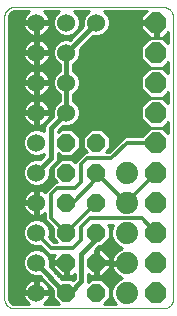
<source format=gtl>
G75*
%MOIN*%
%OFA0B0*%
%FSLAX25Y25*%
%IPPOS*%
%LPD*%
%AMOC8*
5,1,8,0,0,1.08239X$1,22.5*
%
%ADD10C,0.00000*%
%ADD11OC8,0.07000*%
%ADD12OC8,0.06000*%
%ADD13C,0.06000*%
%ADD14C,0.07400*%
%ADD15C,0.01600*%
%ADD16C,0.01000*%
%ADD17C,0.01200*%
D10*
X0048750Y0031333D02*
X0048750Y0125033D01*
X0048752Y0125147D01*
X0048758Y0125260D01*
X0048767Y0125373D01*
X0048780Y0125486D01*
X0048797Y0125599D01*
X0048818Y0125710D01*
X0048843Y0125821D01*
X0048871Y0125931D01*
X0048903Y0126040D01*
X0048938Y0126148D01*
X0048977Y0126255D01*
X0049020Y0126360D01*
X0049066Y0126464D01*
X0049115Y0126566D01*
X0049168Y0126667D01*
X0049225Y0126766D01*
X0049284Y0126862D01*
X0049347Y0126957D01*
X0049413Y0127050D01*
X0049482Y0127140D01*
X0049554Y0127228D01*
X0049628Y0127314D01*
X0049706Y0127397D01*
X0049786Y0127477D01*
X0049869Y0127555D01*
X0049955Y0127629D01*
X0050043Y0127701D01*
X0050133Y0127770D01*
X0050226Y0127836D01*
X0050321Y0127899D01*
X0050417Y0127958D01*
X0050516Y0128015D01*
X0050617Y0128068D01*
X0050719Y0128117D01*
X0050823Y0128163D01*
X0050928Y0128206D01*
X0051035Y0128245D01*
X0051143Y0128280D01*
X0051252Y0128312D01*
X0051362Y0128340D01*
X0051473Y0128365D01*
X0051584Y0128386D01*
X0051697Y0128403D01*
X0051810Y0128416D01*
X0051923Y0128425D01*
X0052036Y0128431D01*
X0052150Y0128433D01*
X0101646Y0128433D01*
X0101761Y0128431D01*
X0101875Y0128425D01*
X0101989Y0128415D01*
X0102103Y0128402D01*
X0102216Y0128384D01*
X0102328Y0128363D01*
X0102440Y0128338D01*
X0102551Y0128309D01*
X0102661Y0128276D01*
X0102769Y0128239D01*
X0102876Y0128199D01*
X0102982Y0128155D01*
X0103086Y0128108D01*
X0103189Y0128057D01*
X0103290Y0128003D01*
X0103389Y0127945D01*
X0103486Y0127884D01*
X0103580Y0127819D01*
X0103673Y0127751D01*
X0103763Y0127681D01*
X0103850Y0127607D01*
X0103935Y0127530D01*
X0104018Y0127451D01*
X0104097Y0127368D01*
X0104174Y0127283D01*
X0104248Y0127196D01*
X0104318Y0127106D01*
X0104386Y0127013D01*
X0104451Y0126919D01*
X0104512Y0126822D01*
X0104570Y0126723D01*
X0104624Y0126622D01*
X0104675Y0126519D01*
X0104722Y0126415D01*
X0104766Y0126309D01*
X0104806Y0126202D01*
X0104843Y0126094D01*
X0104876Y0125984D01*
X0104905Y0125873D01*
X0104930Y0125761D01*
X0104951Y0125649D01*
X0104969Y0125536D01*
X0104982Y0125422D01*
X0104992Y0125308D01*
X0104998Y0125194D01*
X0105000Y0125079D01*
X0105000Y0031095D01*
X0104998Y0030985D01*
X0104992Y0030874D01*
X0104983Y0030764D01*
X0104969Y0030655D01*
X0104952Y0030546D01*
X0104931Y0030438D01*
X0104906Y0030330D01*
X0104878Y0030223D01*
X0104845Y0030118D01*
X0104809Y0030014D01*
X0104770Y0029910D01*
X0104727Y0029809D01*
X0104680Y0029709D01*
X0104630Y0029611D01*
X0104576Y0029514D01*
X0104520Y0029419D01*
X0104459Y0029327D01*
X0104396Y0029236D01*
X0104330Y0029148D01*
X0104260Y0029063D01*
X0104188Y0028979D01*
X0104113Y0028898D01*
X0104035Y0028820D01*
X0103954Y0028745D01*
X0103870Y0028673D01*
X0103785Y0028603D01*
X0103697Y0028537D01*
X0103606Y0028474D01*
X0103514Y0028413D01*
X0103419Y0028357D01*
X0103322Y0028303D01*
X0103224Y0028253D01*
X0103124Y0028206D01*
X0103023Y0028163D01*
X0102919Y0028124D01*
X0102815Y0028088D01*
X0102710Y0028055D01*
X0102603Y0028027D01*
X0102495Y0028002D01*
X0102387Y0027981D01*
X0102278Y0027964D01*
X0102169Y0027950D01*
X0102059Y0027941D01*
X0101948Y0027935D01*
X0101838Y0027933D01*
X0052150Y0027933D01*
X0052036Y0027935D01*
X0051923Y0027941D01*
X0051810Y0027950D01*
X0051697Y0027963D01*
X0051584Y0027980D01*
X0051473Y0028001D01*
X0051362Y0028026D01*
X0051252Y0028054D01*
X0051143Y0028086D01*
X0051035Y0028121D01*
X0050928Y0028160D01*
X0050823Y0028203D01*
X0050719Y0028249D01*
X0050617Y0028298D01*
X0050516Y0028351D01*
X0050417Y0028408D01*
X0050321Y0028467D01*
X0050226Y0028530D01*
X0050133Y0028596D01*
X0050043Y0028665D01*
X0049955Y0028737D01*
X0049869Y0028811D01*
X0049786Y0028889D01*
X0049706Y0028969D01*
X0049628Y0029052D01*
X0049554Y0029138D01*
X0049482Y0029226D01*
X0049413Y0029316D01*
X0049347Y0029409D01*
X0049284Y0029504D01*
X0049225Y0029600D01*
X0049168Y0029699D01*
X0049115Y0029800D01*
X0049066Y0029902D01*
X0049020Y0030006D01*
X0048977Y0030111D01*
X0048938Y0030218D01*
X0048903Y0030326D01*
X0048871Y0030435D01*
X0048843Y0030545D01*
X0048818Y0030656D01*
X0048797Y0030767D01*
X0048780Y0030880D01*
X0048767Y0030993D01*
X0048758Y0031106D01*
X0048752Y0031219D01*
X0048750Y0031333D01*
D11*
X0099500Y0033183D03*
X0099500Y0043183D03*
X0099500Y0053183D03*
X0099500Y0063183D03*
X0099500Y0073183D03*
X0099500Y0083183D03*
X0099500Y0093183D03*
X0099500Y0103183D03*
X0099500Y0113183D03*
X0099500Y0123183D03*
D12*
X0079500Y0083183D03*
X0069500Y0083183D03*
X0069500Y0073183D03*
X0079500Y0073183D03*
X0079500Y0063183D03*
X0079500Y0053183D03*
X0069500Y0053183D03*
X0069500Y0063183D03*
X0069500Y0043183D03*
X0069500Y0033183D03*
X0079500Y0033183D03*
X0079500Y0043183D03*
D13*
X0059500Y0043183D03*
X0059500Y0033183D03*
X0059500Y0053183D03*
X0059500Y0063183D03*
X0059500Y0073183D03*
X0059500Y0083183D03*
X0059500Y0093183D03*
X0069500Y0093183D03*
X0069500Y0103183D03*
X0059500Y0103183D03*
X0059500Y0113183D03*
X0069500Y0113183D03*
X0069500Y0123183D03*
X0059500Y0123183D03*
X0079500Y0123183D03*
D14*
X0089625Y0073058D03*
X0089625Y0063058D03*
X0089625Y0053058D03*
X0089625Y0043058D03*
X0089625Y0033058D03*
D15*
X0074500Y0036933D02*
X0074500Y0046183D01*
X0079625Y0051308D01*
X0079625Y0053183D01*
X0079500Y0053183D01*
X0074500Y0036933D02*
X0070750Y0033183D01*
X0069500Y0033183D01*
X0069000Y0033183D01*
X0059500Y0043183D01*
X0059500Y0052933D02*
X0059500Y0053183D01*
X0059500Y0073183D02*
X0064250Y0078183D01*
X0064250Y0087933D01*
X0069500Y0093183D01*
X0069500Y0103183D01*
X0069500Y0113183D01*
X0079500Y0123183D01*
D16*
X0075284Y0124765D02*
X0073716Y0124765D01*
X0074000Y0124078D02*
X0073315Y0125732D01*
X0072114Y0126933D01*
X0076886Y0126933D01*
X0075685Y0125732D01*
X0075000Y0124078D01*
X0075000Y0122288D01*
X0075103Y0122039D01*
X0070644Y0117580D01*
X0070395Y0117683D01*
X0068605Y0117683D01*
X0066951Y0116998D01*
X0065685Y0115732D01*
X0065000Y0114078D01*
X0065000Y0112288D01*
X0065685Y0110634D01*
X0066951Y0109368D01*
X0067200Y0109265D01*
X0067200Y0107101D01*
X0066951Y0106998D01*
X0065685Y0105732D01*
X0065000Y0104078D01*
X0065000Y0102288D01*
X0065685Y0100634D01*
X0066951Y0099368D01*
X0067200Y0099265D01*
X0067200Y0097101D01*
X0066951Y0096998D01*
X0065685Y0095732D01*
X0065000Y0094078D01*
X0065000Y0092288D01*
X0065103Y0092039D01*
X0061950Y0088886D01*
X0061950Y0087039D01*
X0060395Y0087683D01*
X0058605Y0087683D01*
X0056951Y0086998D01*
X0055685Y0085732D01*
X0055000Y0084078D01*
X0055000Y0082288D01*
X0055685Y0080634D01*
X0056951Y0079368D01*
X0058605Y0078683D01*
X0060395Y0078683D01*
X0061950Y0079327D01*
X0061950Y0079101D01*
X0060544Y0077621D01*
X0060395Y0077683D01*
X0058605Y0077683D01*
X0056951Y0076998D01*
X0055685Y0075732D01*
X0055000Y0074078D01*
X0055000Y0072288D01*
X0055685Y0070634D01*
X0056951Y0069368D01*
X0058605Y0068683D01*
X0060395Y0068683D01*
X0062049Y0069368D01*
X0063315Y0070634D01*
X0064000Y0072288D01*
X0064000Y0074078D01*
X0063855Y0074428D01*
X0065897Y0076578D01*
X0066550Y0077230D01*
X0066550Y0077265D01*
X0066574Y0077290D01*
X0066550Y0078213D01*
X0066550Y0079769D01*
X0067636Y0078683D01*
X0071364Y0078683D01*
X0074000Y0081319D01*
X0074000Y0085047D01*
X0071364Y0087683D01*
X0067636Y0087683D01*
X0066550Y0086597D01*
X0066550Y0086980D01*
X0068356Y0088786D01*
X0068605Y0088683D01*
X0070395Y0088683D01*
X0072049Y0089368D01*
X0073315Y0090634D01*
X0074000Y0092288D01*
X0074000Y0094078D01*
X0073315Y0095732D01*
X0072049Y0096998D01*
X0071800Y0097101D01*
X0071800Y0099265D01*
X0072049Y0099368D01*
X0073315Y0100634D01*
X0074000Y0102288D01*
X0074000Y0104078D01*
X0073315Y0105732D01*
X0072049Y0106998D01*
X0071800Y0107101D01*
X0071800Y0109265D01*
X0072049Y0109368D01*
X0073315Y0110634D01*
X0074000Y0112288D01*
X0074000Y0114078D01*
X0073897Y0114327D01*
X0078356Y0118786D01*
X0078605Y0118683D01*
X0080395Y0118683D01*
X0082049Y0119368D01*
X0083315Y0120634D01*
X0084000Y0122288D01*
X0084000Y0124078D01*
X0083315Y0125732D01*
X0082114Y0126933D01*
X0096179Y0126933D01*
X0094500Y0125254D01*
X0094500Y0123683D01*
X0099000Y0123683D01*
X0099000Y0122683D01*
X0100000Y0122683D01*
X0100000Y0118183D01*
X0101571Y0118183D01*
X0097429Y0118183D01*
X0094500Y0115254D01*
X0094500Y0111112D01*
X0097429Y0108183D01*
X0094500Y0105254D01*
X0094500Y0101112D01*
X0097429Y0098183D01*
X0094500Y0095254D01*
X0094500Y0091112D01*
X0097429Y0088183D01*
X0094529Y0085283D01*
X0088880Y0085283D01*
X0083630Y0080033D01*
X0082714Y0080033D01*
X0084000Y0081319D01*
X0084000Y0085047D01*
X0081364Y0087683D01*
X0077636Y0087683D01*
X0075000Y0085047D01*
X0075000Y0081319D01*
X0076286Y0080033D01*
X0075630Y0080033D01*
X0072400Y0076803D01*
X0072400Y0076647D01*
X0071364Y0077683D01*
X0067636Y0077683D01*
X0065000Y0075047D01*
X0065000Y0071319D01*
X0066286Y0070033D01*
X0065630Y0070033D01*
X0063630Y0068033D01*
X0062400Y0066803D01*
X0062400Y0066638D01*
X0061859Y0067032D01*
X0061227Y0067353D01*
X0060554Y0067572D01*
X0060000Y0067660D01*
X0060000Y0063683D01*
X0059000Y0063683D01*
X0059000Y0062683D01*
X0060000Y0062683D01*
X0060000Y0058706D01*
X0060554Y0058794D01*
X0061227Y0059013D01*
X0061859Y0059334D01*
X0062400Y0059728D01*
X0062400Y0057313D01*
X0065000Y0054713D01*
X0065000Y0051319D01*
X0066286Y0050033D01*
X0065370Y0050033D01*
X0063741Y0051662D01*
X0064000Y0052288D01*
X0064000Y0054078D01*
X0063315Y0055732D01*
X0062049Y0056998D01*
X0060395Y0057683D01*
X0058605Y0057683D01*
X0056951Y0056998D01*
X0055685Y0055732D01*
X0055000Y0054078D01*
X0055000Y0052288D01*
X0055685Y0050634D01*
X0056951Y0049368D01*
X0058605Y0048683D01*
X0060395Y0048683D01*
X0060667Y0048796D01*
X0062400Y0047063D01*
X0063630Y0045833D01*
X0065786Y0045833D01*
X0065000Y0045047D01*
X0065000Y0043683D01*
X0069000Y0043683D01*
X0069000Y0042683D01*
X0070000Y0042683D01*
X0070000Y0038683D01*
X0071364Y0038683D01*
X0072200Y0039519D01*
X0072200Y0037886D01*
X0071681Y0037366D01*
X0071364Y0037683D01*
X0067897Y0037683D01*
X0063855Y0041938D01*
X0064000Y0042288D01*
X0064000Y0044078D01*
X0063315Y0045732D01*
X0062049Y0046998D01*
X0060395Y0047683D01*
X0058605Y0047683D01*
X0056951Y0046998D01*
X0055685Y0045732D01*
X0055000Y0044078D01*
X0055000Y0042288D01*
X0055685Y0040634D01*
X0056951Y0039368D01*
X0058605Y0038683D01*
X0060395Y0038683D01*
X0060544Y0038745D01*
X0065000Y0034054D01*
X0065000Y0031319D01*
X0066886Y0029433D01*
X0061994Y0029433D01*
X0062432Y0029751D01*
X0062932Y0030252D01*
X0063349Y0030825D01*
X0063670Y0031456D01*
X0063889Y0032129D01*
X0063977Y0032683D01*
X0060000Y0032683D01*
X0060000Y0033683D01*
X0063977Y0033683D01*
X0063889Y0034237D01*
X0063670Y0034910D01*
X0063349Y0035542D01*
X0062932Y0036115D01*
X0062432Y0036615D01*
X0061859Y0037032D01*
X0061227Y0037353D01*
X0060554Y0037572D01*
X0060000Y0037660D01*
X0060000Y0033683D01*
X0059000Y0033683D01*
X0059000Y0032683D01*
X0055023Y0032683D01*
X0055111Y0032129D01*
X0055330Y0031456D01*
X0055651Y0030825D01*
X0056068Y0030252D01*
X0056568Y0029751D01*
X0057006Y0029433D01*
X0052150Y0029433D01*
X0051780Y0029470D01*
X0051095Y0029753D01*
X0050570Y0030278D01*
X0050287Y0030963D01*
X0050250Y0031333D01*
X0050250Y0125033D01*
X0050287Y0125403D01*
X0050570Y0126088D01*
X0051095Y0126613D01*
X0051780Y0126897D01*
X0052150Y0126933D01*
X0057006Y0126933D01*
X0056568Y0126615D01*
X0056068Y0126115D01*
X0055651Y0125542D01*
X0055330Y0124910D01*
X0055111Y0124237D01*
X0055023Y0123683D01*
X0059000Y0123683D01*
X0059000Y0122683D01*
X0060000Y0122683D01*
X0060000Y0118706D01*
X0060554Y0118794D01*
X0061227Y0119013D01*
X0061859Y0119334D01*
X0062432Y0119751D01*
X0062932Y0120252D01*
X0063349Y0120825D01*
X0063670Y0121456D01*
X0063889Y0122129D01*
X0063977Y0122683D01*
X0060000Y0122683D01*
X0060000Y0123683D01*
X0063977Y0123683D01*
X0063889Y0124237D01*
X0063670Y0124910D01*
X0063349Y0125542D01*
X0062932Y0126115D01*
X0062432Y0126615D01*
X0061994Y0126933D01*
X0066886Y0126933D01*
X0065685Y0125732D01*
X0065000Y0124078D01*
X0065000Y0122288D01*
X0065685Y0120634D01*
X0066951Y0119368D01*
X0068605Y0118683D01*
X0070395Y0118683D01*
X0072049Y0119368D01*
X0073315Y0120634D01*
X0074000Y0122288D01*
X0074000Y0124078D01*
X0074000Y0123766D02*
X0075000Y0123766D01*
X0075000Y0122768D02*
X0074000Y0122768D01*
X0073785Y0121769D02*
X0074834Y0121769D01*
X0073835Y0120771D02*
X0073372Y0120771D01*
X0072837Y0119772D02*
X0072453Y0119772D01*
X0071838Y0118774D02*
X0070614Y0118774D01*
X0070840Y0117775D02*
X0050250Y0117775D01*
X0050250Y0116777D02*
X0056790Y0116777D01*
X0056568Y0116615D02*
X0056068Y0116115D01*
X0055651Y0115542D01*
X0055330Y0114910D01*
X0055111Y0114237D01*
X0055023Y0113683D01*
X0059000Y0113683D01*
X0059000Y0112683D01*
X0060000Y0112683D01*
X0060000Y0108706D01*
X0060554Y0108794D01*
X0061227Y0109013D01*
X0061859Y0109334D01*
X0062432Y0109751D01*
X0062932Y0110252D01*
X0063349Y0110825D01*
X0063670Y0111456D01*
X0063889Y0112129D01*
X0063977Y0112683D01*
X0060000Y0112683D01*
X0060000Y0113683D01*
X0063977Y0113683D01*
X0063889Y0114237D01*
X0063670Y0114910D01*
X0063349Y0115542D01*
X0062932Y0116115D01*
X0062432Y0116615D01*
X0061859Y0117032D01*
X0061227Y0117353D01*
X0060554Y0117572D01*
X0060000Y0117660D01*
X0060000Y0113683D01*
X0059000Y0113683D01*
X0059000Y0117660D01*
X0058446Y0117572D01*
X0057773Y0117353D01*
X0057141Y0117032D01*
X0056568Y0116615D01*
X0055823Y0115778D02*
X0050250Y0115778D01*
X0050250Y0114780D02*
X0055287Y0114780D01*
X0055039Y0113781D02*
X0050250Y0113781D01*
X0050250Y0112783D02*
X0059000Y0112783D01*
X0059000Y0112683D02*
X0055023Y0112683D01*
X0055111Y0112129D01*
X0055330Y0111456D01*
X0055651Y0110825D01*
X0056068Y0110252D01*
X0056568Y0109751D01*
X0057141Y0109334D01*
X0057773Y0109013D01*
X0058446Y0108794D01*
X0059000Y0108706D01*
X0059000Y0112683D01*
X0059000Y0111784D02*
X0060000Y0111784D01*
X0060000Y0110786D02*
X0059000Y0110786D01*
X0059000Y0109787D02*
X0060000Y0109787D01*
X0060000Y0108789D02*
X0059000Y0108789D01*
X0058479Y0108789D02*
X0050250Y0108789D01*
X0050250Y0109787D02*
X0056532Y0109787D01*
X0055679Y0110786D02*
X0050250Y0110786D01*
X0050250Y0111784D02*
X0055223Y0111784D01*
X0059000Y0113781D02*
X0060000Y0113781D01*
X0060000Y0112783D02*
X0065000Y0112783D01*
X0065000Y0113781D02*
X0063961Y0113781D01*
X0063713Y0114780D02*
X0065291Y0114780D01*
X0065731Y0115778D02*
X0063177Y0115778D01*
X0062210Y0116777D02*
X0066730Y0116777D01*
X0068386Y0118774D02*
X0060427Y0118774D01*
X0060000Y0118774D02*
X0059000Y0118774D01*
X0059000Y0118706D02*
X0058446Y0118794D01*
X0057773Y0119013D01*
X0057141Y0119334D01*
X0056568Y0119751D01*
X0056068Y0120252D01*
X0055651Y0120825D01*
X0055330Y0121456D01*
X0055111Y0122129D01*
X0055023Y0122683D01*
X0059000Y0122683D01*
X0059000Y0118706D01*
X0058573Y0118774D02*
X0050250Y0118774D01*
X0050250Y0119772D02*
X0056547Y0119772D01*
X0055690Y0120771D02*
X0050250Y0120771D01*
X0050250Y0121769D02*
X0055228Y0121769D01*
X0055036Y0123766D02*
X0050250Y0123766D01*
X0050250Y0122768D02*
X0059000Y0122768D01*
X0059000Y0121769D02*
X0060000Y0121769D01*
X0060000Y0120771D02*
X0059000Y0120771D01*
X0059000Y0119772D02*
X0060000Y0119772D01*
X0062453Y0119772D02*
X0066547Y0119772D01*
X0065628Y0120771D02*
X0063310Y0120771D01*
X0063772Y0121769D02*
X0065215Y0121769D01*
X0065000Y0122768D02*
X0060000Y0122768D01*
X0063188Y0125763D02*
X0065716Y0125763D01*
X0065284Y0124765D02*
X0063718Y0124765D01*
X0063964Y0123766D02*
X0065000Y0123766D01*
X0066715Y0126762D02*
X0062230Y0126762D01*
X0056770Y0126762D02*
X0051454Y0126762D01*
X0050436Y0125763D02*
X0055812Y0125763D01*
X0055282Y0124765D02*
X0050250Y0124765D01*
X0059000Y0116777D02*
X0060000Y0116777D01*
X0060000Y0115778D02*
X0059000Y0115778D01*
X0059000Y0114780D02*
X0060000Y0114780D01*
X0063777Y0111784D02*
X0065209Y0111784D01*
X0065622Y0110786D02*
X0063320Y0110786D01*
X0062468Y0109787D02*
X0066532Y0109787D01*
X0067200Y0108789D02*
X0060521Y0108789D01*
X0060554Y0107572D02*
X0060000Y0107660D01*
X0060000Y0103683D01*
X0063977Y0103683D01*
X0063889Y0104237D01*
X0063670Y0104910D01*
X0063349Y0105542D01*
X0062932Y0106115D01*
X0062432Y0106615D01*
X0061859Y0107032D01*
X0061227Y0107353D01*
X0060554Y0107572D01*
X0060000Y0106792D02*
X0059000Y0106792D01*
X0059000Y0107660D02*
X0058446Y0107572D01*
X0057773Y0107353D01*
X0057141Y0107032D01*
X0056568Y0106615D01*
X0056068Y0106115D01*
X0055651Y0105542D01*
X0055330Y0104910D01*
X0055111Y0104237D01*
X0055023Y0103683D01*
X0059000Y0103683D01*
X0059000Y0102683D01*
X0060000Y0102683D01*
X0060000Y0098706D01*
X0060554Y0098794D01*
X0061227Y0099013D01*
X0061859Y0099334D01*
X0062432Y0099751D01*
X0062932Y0100252D01*
X0063349Y0100825D01*
X0063670Y0101456D01*
X0063889Y0102129D01*
X0063977Y0102683D01*
X0060000Y0102683D01*
X0060000Y0103683D01*
X0059000Y0103683D01*
X0059000Y0107660D01*
X0059000Y0105793D02*
X0060000Y0105793D01*
X0060000Y0104795D02*
X0059000Y0104795D01*
X0059000Y0103796D02*
X0060000Y0103796D01*
X0060000Y0102798D02*
X0065000Y0102798D01*
X0065000Y0103796D02*
X0063959Y0103796D01*
X0063708Y0104795D02*
X0065297Y0104795D01*
X0065746Y0105793D02*
X0063166Y0105793D01*
X0062189Y0106792D02*
X0066745Y0106792D01*
X0067200Y0107790D02*
X0050250Y0107790D01*
X0050250Y0106792D02*
X0056811Y0106792D01*
X0055834Y0105793D02*
X0050250Y0105793D01*
X0050250Y0104795D02*
X0055292Y0104795D01*
X0055041Y0103796D02*
X0050250Y0103796D01*
X0050250Y0102798D02*
X0059000Y0102798D01*
X0059000Y0102683D02*
X0055023Y0102683D01*
X0055111Y0102129D01*
X0055330Y0101456D01*
X0055651Y0100825D01*
X0056068Y0100252D01*
X0056568Y0099751D01*
X0057141Y0099334D01*
X0057773Y0099013D01*
X0058446Y0098794D01*
X0059000Y0098706D01*
X0059000Y0102683D01*
X0059000Y0101799D02*
X0060000Y0101799D01*
X0060000Y0100801D02*
X0059000Y0100801D01*
X0059000Y0099802D02*
X0060000Y0099802D01*
X0060000Y0098804D02*
X0059000Y0098804D01*
X0058416Y0098804D02*
X0050250Y0098804D01*
X0050250Y0099802D02*
X0056517Y0099802D01*
X0055669Y0100801D02*
X0050250Y0100801D01*
X0050250Y0101799D02*
X0055218Y0101799D01*
X0058446Y0097572D02*
X0059000Y0097660D01*
X0059000Y0093683D01*
X0059000Y0092683D01*
X0060000Y0092683D01*
X0060000Y0088706D01*
X0060554Y0088794D01*
X0061227Y0089013D01*
X0061859Y0089334D01*
X0062432Y0089751D01*
X0062932Y0090252D01*
X0063349Y0090825D01*
X0063670Y0091456D01*
X0063889Y0092129D01*
X0063977Y0092683D01*
X0060000Y0092683D01*
X0060000Y0093683D01*
X0063977Y0093683D01*
X0063889Y0094237D01*
X0063670Y0094910D01*
X0063349Y0095542D01*
X0062932Y0096115D01*
X0062432Y0096615D01*
X0061859Y0097032D01*
X0061227Y0097353D01*
X0060554Y0097572D01*
X0060000Y0097660D01*
X0060000Y0093683D01*
X0059000Y0093683D01*
X0055023Y0093683D01*
X0055111Y0094237D01*
X0055330Y0094910D01*
X0055651Y0095542D01*
X0056068Y0096115D01*
X0056568Y0096615D01*
X0057141Y0097032D01*
X0057773Y0097353D01*
X0058446Y0097572D01*
X0059000Y0096807D02*
X0060000Y0096807D01*
X0060000Y0095808D02*
X0059000Y0095808D01*
X0059000Y0094810D02*
X0060000Y0094810D01*
X0060000Y0093811D02*
X0059000Y0093811D01*
X0059000Y0092812D02*
X0050250Y0092812D01*
X0050250Y0091814D02*
X0055213Y0091814D01*
X0055111Y0092129D02*
X0055330Y0091456D01*
X0055651Y0090825D01*
X0056068Y0090252D01*
X0056568Y0089751D01*
X0057141Y0089334D01*
X0057773Y0089013D01*
X0058446Y0088794D01*
X0059000Y0088706D01*
X0059000Y0092683D01*
X0055023Y0092683D01*
X0055111Y0092129D01*
X0055658Y0090815D02*
X0050250Y0090815D01*
X0050250Y0089817D02*
X0056502Y0089817D01*
X0058371Y0088818D02*
X0050250Y0088818D01*
X0050250Y0087820D02*
X0061950Y0087820D01*
X0061950Y0088818D02*
X0060629Y0088818D01*
X0060000Y0088818D02*
X0059000Y0088818D01*
X0059000Y0089817D02*
X0060000Y0089817D01*
X0060000Y0090815D02*
X0059000Y0090815D01*
X0059000Y0091814D02*
X0060000Y0091814D01*
X0060000Y0092812D02*
X0065000Y0092812D01*
X0065000Y0093811D02*
X0063957Y0093811D01*
X0063703Y0094810D02*
X0065303Y0094810D01*
X0065761Y0095808D02*
X0063155Y0095808D01*
X0062169Y0096807D02*
X0066759Y0096807D01*
X0067200Y0097805D02*
X0050250Y0097805D01*
X0050250Y0096807D02*
X0056831Y0096807D01*
X0055845Y0095808D02*
X0050250Y0095808D01*
X0050250Y0094810D02*
X0055297Y0094810D01*
X0055043Y0093811D02*
X0050250Y0093811D01*
X0050250Y0086821D02*
X0056774Y0086821D01*
X0055776Y0085823D02*
X0050250Y0085823D01*
X0050250Y0084824D02*
X0055309Y0084824D01*
X0055000Y0083826D02*
X0050250Y0083826D01*
X0050250Y0082827D02*
X0055000Y0082827D01*
X0055190Y0081829D02*
X0050250Y0081829D01*
X0050250Y0080830D02*
X0055604Y0080830D01*
X0056487Y0079832D02*
X0050250Y0079832D01*
X0050250Y0078833D02*
X0058242Y0078833D01*
X0056789Y0076836D02*
X0050250Y0076836D01*
X0050250Y0075838D02*
X0055791Y0075838D01*
X0055315Y0074839D02*
X0050250Y0074839D01*
X0050250Y0073841D02*
X0055000Y0073841D01*
X0055000Y0072842D02*
X0050250Y0072842D01*
X0050250Y0071844D02*
X0055184Y0071844D01*
X0055598Y0070845D02*
X0050250Y0070845D01*
X0050250Y0069847D02*
X0056472Y0069847D01*
X0057773Y0067353D02*
X0057141Y0067032D01*
X0056568Y0066615D01*
X0056068Y0066115D01*
X0055651Y0065542D01*
X0055330Y0064910D01*
X0055111Y0064237D01*
X0055023Y0063683D01*
X0059000Y0063683D01*
X0059000Y0067660D01*
X0058446Y0067572D01*
X0057773Y0067353D01*
X0056893Y0066851D02*
X0050250Y0066851D01*
X0050250Y0065853D02*
X0055877Y0065853D01*
X0055311Y0064854D02*
X0050250Y0064854D01*
X0050250Y0063856D02*
X0055050Y0063856D01*
X0055023Y0062683D02*
X0055111Y0062129D01*
X0055330Y0061456D01*
X0055651Y0060825D01*
X0056068Y0060252D01*
X0056568Y0059751D01*
X0057141Y0059334D01*
X0057773Y0059013D01*
X0058446Y0058794D01*
X0059000Y0058706D01*
X0059000Y0062683D01*
X0055023Y0062683D01*
X0055199Y0061859D02*
X0050250Y0061859D01*
X0050250Y0062857D02*
X0059000Y0062857D01*
X0059000Y0061859D02*
X0060000Y0061859D01*
X0060000Y0060860D02*
X0059000Y0060860D01*
X0059000Y0059862D02*
X0060000Y0059862D01*
X0060000Y0058863D02*
X0059000Y0058863D01*
X0058233Y0058863D02*
X0050250Y0058863D01*
X0050250Y0057865D02*
X0062400Y0057865D01*
X0062400Y0058863D02*
X0060767Y0058863D01*
X0062181Y0056866D02*
X0062847Y0056866D01*
X0063179Y0055868D02*
X0063846Y0055868D01*
X0063672Y0054869D02*
X0064844Y0054869D01*
X0065000Y0053871D02*
X0064000Y0053871D01*
X0064000Y0052872D02*
X0065000Y0052872D01*
X0065000Y0051874D02*
X0063828Y0051874D01*
X0064528Y0050875D02*
X0065444Y0050875D01*
X0061584Y0047879D02*
X0050250Y0047879D01*
X0050250Y0046881D02*
X0056834Y0046881D01*
X0055835Y0045882D02*
X0050250Y0045882D01*
X0050250Y0044884D02*
X0055334Y0044884D01*
X0055000Y0043885D02*
X0050250Y0043885D01*
X0050250Y0042887D02*
X0055000Y0042887D01*
X0055165Y0041888D02*
X0050250Y0041888D01*
X0050250Y0040890D02*
X0055579Y0040890D01*
X0056428Y0039891D02*
X0050250Y0039891D01*
X0050250Y0038893D02*
X0058098Y0038893D01*
X0058446Y0037572D02*
X0057773Y0037353D01*
X0057141Y0037032D01*
X0056568Y0036615D01*
X0056068Y0036115D01*
X0055651Y0035542D01*
X0055330Y0034910D01*
X0055111Y0034237D01*
X0055023Y0033683D01*
X0059000Y0033683D01*
X0059000Y0037660D01*
X0058446Y0037572D01*
X0059000Y0036896D02*
X0060000Y0036896D01*
X0060000Y0035897D02*
X0059000Y0035897D01*
X0059000Y0034899D02*
X0060000Y0034899D01*
X0060000Y0033900D02*
X0059000Y0033900D01*
X0059000Y0032902D02*
X0050250Y0032902D01*
X0050250Y0033900D02*
X0055058Y0033900D01*
X0055326Y0034899D02*
X0050250Y0034899D01*
X0050250Y0035897D02*
X0055910Y0035897D01*
X0056954Y0036896D02*
X0050250Y0036896D01*
X0050250Y0037894D02*
X0061352Y0037894D01*
X0062046Y0036896D02*
X0062300Y0036896D01*
X0063090Y0035897D02*
X0063249Y0035897D01*
X0063674Y0034899D02*
X0064198Y0034899D01*
X0063942Y0033900D02*
X0065000Y0033900D01*
X0065000Y0032902D02*
X0060000Y0032902D01*
X0063390Y0030905D02*
X0065414Y0030905D01*
X0065000Y0031903D02*
X0063816Y0031903D01*
X0062587Y0029906D02*
X0066413Y0029906D01*
X0067697Y0037894D02*
X0072200Y0037894D01*
X0072200Y0038893D02*
X0071574Y0038893D01*
X0070000Y0038893D02*
X0069000Y0038893D01*
X0069000Y0038683D02*
X0069000Y0042683D01*
X0065000Y0042683D01*
X0065000Y0041319D01*
X0067636Y0038683D01*
X0069000Y0038683D01*
X0069000Y0039891D02*
X0070000Y0039891D01*
X0070000Y0040890D02*
X0069000Y0040890D01*
X0069000Y0041888D02*
X0070000Y0041888D01*
X0069000Y0042887D02*
X0064000Y0042887D01*
X0064000Y0043885D02*
X0065000Y0043885D01*
X0065000Y0044884D02*
X0063666Y0044884D01*
X0063581Y0045882D02*
X0063165Y0045882D01*
X0062582Y0046881D02*
X0062166Y0046881D01*
X0058134Y0048878D02*
X0050250Y0048878D01*
X0050250Y0049877D02*
X0056443Y0049877D01*
X0055585Y0050875D02*
X0050250Y0050875D01*
X0050250Y0051874D02*
X0055172Y0051874D01*
X0055000Y0052872D02*
X0050250Y0052872D01*
X0050250Y0053871D02*
X0055000Y0053871D01*
X0055328Y0054869D02*
X0050250Y0054869D01*
X0050250Y0055868D02*
X0055821Y0055868D01*
X0056819Y0056866D02*
X0050250Y0056866D01*
X0050250Y0059862D02*
X0056457Y0059862D01*
X0055633Y0060860D02*
X0050250Y0060860D01*
X0050250Y0067850D02*
X0063447Y0067850D01*
X0064445Y0068848D02*
X0060794Y0068848D01*
X0062528Y0069847D02*
X0065444Y0069847D01*
X0065474Y0070845D02*
X0063402Y0070845D01*
X0063816Y0071844D02*
X0065000Y0071844D01*
X0065000Y0072842D02*
X0064000Y0072842D01*
X0064000Y0073841D02*
X0065000Y0073841D01*
X0065000Y0074839D02*
X0064246Y0074839D01*
X0065194Y0075838D02*
X0065791Y0075838D01*
X0066156Y0076836D02*
X0066789Y0076836D01*
X0066560Y0077835D02*
X0073432Y0077835D01*
X0074430Y0078833D02*
X0071514Y0078833D01*
X0072513Y0079832D02*
X0075429Y0079832D01*
X0075489Y0080830D02*
X0073511Y0080830D01*
X0074000Y0081829D02*
X0075000Y0081829D01*
X0075000Y0082827D02*
X0074000Y0082827D01*
X0074000Y0083826D02*
X0075000Y0083826D01*
X0075000Y0084824D02*
X0074000Y0084824D01*
X0073224Y0085823D02*
X0075776Y0085823D01*
X0076774Y0086821D02*
X0072226Y0086821D01*
X0070722Y0088818D02*
X0096794Y0088818D01*
X0097429Y0088183D02*
X0101571Y0088183D01*
X0103500Y0086254D01*
X0103500Y0090112D01*
X0101571Y0088183D01*
X0097429Y0088183D01*
X0097066Y0087820D02*
X0067390Y0087820D01*
X0066774Y0086821D02*
X0066550Y0086821D01*
X0062881Y0089817D02*
X0062498Y0089817D01*
X0063342Y0090815D02*
X0063880Y0090815D01*
X0063787Y0091814D02*
X0064878Y0091814D01*
X0067200Y0098804D02*
X0060584Y0098804D01*
X0062483Y0099802D02*
X0066517Y0099802D01*
X0065616Y0100801D02*
X0063331Y0100801D01*
X0063782Y0101799D02*
X0065202Y0101799D01*
X0071800Y0098804D02*
X0096808Y0098804D01*
X0097429Y0098183D02*
X0101571Y0098183D01*
X0097429Y0098183D01*
X0097051Y0097805D02*
X0071800Y0097805D01*
X0072240Y0096807D02*
X0096052Y0096807D01*
X0095054Y0095808D02*
X0073239Y0095808D01*
X0073697Y0094810D02*
X0094500Y0094810D01*
X0094500Y0093811D02*
X0074000Y0093811D01*
X0074000Y0092812D02*
X0094500Y0092812D01*
X0094500Y0091814D02*
X0073804Y0091814D01*
X0073390Y0090815D02*
X0094797Y0090815D01*
X0095795Y0089817D02*
X0072498Y0089817D01*
X0072483Y0099802D02*
X0095810Y0099802D01*
X0094811Y0100801D02*
X0073384Y0100801D01*
X0073797Y0101799D02*
X0094500Y0101799D01*
X0094500Y0102798D02*
X0074000Y0102798D01*
X0074000Y0103796D02*
X0094500Y0103796D01*
X0094500Y0104795D02*
X0073703Y0104795D01*
X0073254Y0105793D02*
X0095039Y0105793D01*
X0096038Y0106792D02*
X0072255Y0106792D01*
X0071800Y0107790D02*
X0097036Y0107790D01*
X0097429Y0108183D02*
X0101571Y0108183D01*
X0103500Y0106254D01*
X0103500Y0110112D01*
X0101571Y0108183D01*
X0097429Y0108183D01*
X0096823Y0108789D02*
X0071800Y0108789D01*
X0072468Y0109787D02*
X0095825Y0109787D01*
X0094826Y0110786D02*
X0073378Y0110786D01*
X0073791Y0111784D02*
X0094500Y0111784D01*
X0094500Y0112783D02*
X0074000Y0112783D01*
X0074000Y0113781D02*
X0094500Y0113781D01*
X0094500Y0114780D02*
X0074349Y0114780D01*
X0075348Y0115778D02*
X0095024Y0115778D01*
X0096023Y0116777D02*
X0076346Y0116777D01*
X0077345Y0117775D02*
X0097021Y0117775D01*
X0097429Y0118183D02*
X0099000Y0118183D01*
X0099000Y0122683D01*
X0094500Y0122683D01*
X0094500Y0121112D01*
X0097429Y0118183D01*
X0096838Y0118774D02*
X0080614Y0118774D01*
X0082453Y0119772D02*
X0095840Y0119772D01*
X0094841Y0120771D02*
X0083372Y0120771D01*
X0083785Y0121769D02*
X0094500Y0121769D01*
X0094500Y0123766D02*
X0084000Y0123766D01*
X0084000Y0122768D02*
X0099000Y0122768D01*
X0099000Y0121769D02*
X0100000Y0121769D01*
X0100000Y0120771D02*
X0099000Y0120771D01*
X0099000Y0119772D02*
X0100000Y0119772D01*
X0100000Y0118774D02*
X0099000Y0118774D01*
X0101571Y0118183D02*
X0103500Y0116254D01*
X0103500Y0120112D01*
X0101571Y0118183D01*
X0101979Y0117775D02*
X0103500Y0117775D01*
X0103500Y0116777D02*
X0102977Y0116777D01*
X0103500Y0118774D02*
X0102162Y0118774D01*
X0103160Y0119772D02*
X0103500Y0119772D01*
X0096008Y0126762D02*
X0082285Y0126762D01*
X0083284Y0125763D02*
X0095009Y0125763D01*
X0094500Y0124765D02*
X0083716Y0124765D01*
X0078386Y0118774D02*
X0078343Y0118774D01*
X0075716Y0125763D02*
X0073284Y0125763D01*
X0072285Y0126762D02*
X0076715Y0126762D01*
X0101964Y0107790D02*
X0103500Y0107790D01*
X0103500Y0106792D02*
X0102962Y0106792D01*
X0103500Y0108789D02*
X0102177Y0108789D01*
X0103175Y0109787D02*
X0103500Y0109787D01*
X0103500Y0100112D02*
X0103500Y0096254D01*
X0101571Y0098183D01*
X0103500Y0100112D01*
X0103500Y0099802D02*
X0103190Y0099802D01*
X0103500Y0098804D02*
X0102192Y0098804D01*
X0101949Y0097805D02*
X0103500Y0097805D01*
X0103500Y0096807D02*
X0102948Y0096807D01*
X0103205Y0089817D02*
X0103500Y0089817D01*
X0103500Y0088818D02*
X0102206Y0088818D01*
X0101934Y0087820D02*
X0103500Y0087820D01*
X0103500Y0086821D02*
X0102933Y0086821D01*
X0096067Y0086821D02*
X0082226Y0086821D01*
X0083224Y0085823D02*
X0095069Y0085823D01*
X0088421Y0084824D02*
X0084000Y0084824D01*
X0084000Y0083826D02*
X0087423Y0083826D01*
X0086424Y0082827D02*
X0084000Y0082827D01*
X0084000Y0081829D02*
X0085426Y0081829D01*
X0084427Y0080830D02*
X0083511Y0080830D01*
X0072433Y0076836D02*
X0072211Y0076836D01*
X0067486Y0078833D02*
X0066550Y0078833D01*
X0061695Y0078833D02*
X0060758Y0078833D01*
X0060747Y0077835D02*
X0050250Y0077835D01*
X0050250Y0068848D02*
X0058206Y0068848D01*
X0059000Y0066851D02*
X0060000Y0066851D01*
X0060000Y0065853D02*
X0059000Y0065853D01*
X0059000Y0064854D02*
X0060000Y0064854D01*
X0060000Y0063856D02*
X0059000Y0063856D01*
X0062107Y0066851D02*
X0062448Y0066851D01*
X0080253Y0048683D02*
X0081364Y0048683D01*
X0084000Y0051319D01*
X0084000Y0055047D01*
X0083214Y0055833D01*
X0085146Y0055833D01*
X0084425Y0054092D01*
X0084425Y0052024D01*
X0085217Y0050112D01*
X0086679Y0048650D01*
X0088142Y0048044D01*
X0087629Y0047877D01*
X0086900Y0047505D01*
X0086237Y0047024D01*
X0085659Y0046446D01*
X0085178Y0045783D01*
X0084806Y0045054D01*
X0084553Y0044276D01*
X0084439Y0043558D01*
X0089125Y0043558D01*
X0089125Y0042558D01*
X0084439Y0042558D01*
X0084553Y0041840D01*
X0084806Y0041062D01*
X0085178Y0040333D01*
X0085659Y0039670D01*
X0086237Y0039092D01*
X0086900Y0038611D01*
X0087629Y0038239D01*
X0088142Y0038072D01*
X0086679Y0037466D01*
X0085217Y0036004D01*
X0084425Y0034092D01*
X0084425Y0032024D01*
X0085217Y0030112D01*
X0085896Y0029433D01*
X0082114Y0029433D01*
X0084000Y0031319D01*
X0084000Y0035047D01*
X0081364Y0037683D01*
X0077636Y0037683D01*
X0076800Y0036847D01*
X0076800Y0039519D01*
X0077636Y0038683D01*
X0079000Y0038683D01*
X0079000Y0042683D01*
X0080000Y0042683D01*
X0080000Y0038683D01*
X0081364Y0038683D01*
X0084000Y0041319D01*
X0084000Y0042683D01*
X0080000Y0042683D01*
X0080000Y0043683D01*
X0084000Y0043683D01*
X0084000Y0045047D01*
X0081364Y0047683D01*
X0080000Y0047683D01*
X0080000Y0043683D01*
X0079000Y0043683D01*
X0079000Y0047430D01*
X0080253Y0048683D01*
X0079449Y0047879D02*
X0087636Y0047879D01*
X0086451Y0048878D02*
X0081559Y0048878D01*
X0082557Y0049877D02*
X0085453Y0049877D01*
X0084901Y0050875D02*
X0083556Y0050875D01*
X0084000Y0051874D02*
X0084487Y0051874D01*
X0084425Y0052872D02*
X0084000Y0052872D01*
X0084000Y0053871D02*
X0084425Y0053871D01*
X0084747Y0054869D02*
X0084000Y0054869D01*
X0082166Y0046881D02*
X0086094Y0046881D01*
X0085249Y0045882D02*
X0083165Y0045882D01*
X0084000Y0044884D02*
X0084751Y0044884D01*
X0084491Y0043885D02*
X0084000Y0043885D01*
X0084000Y0041888D02*
X0084545Y0041888D01*
X0084894Y0040890D02*
X0083571Y0040890D01*
X0082572Y0039891D02*
X0085498Y0039891D01*
X0086511Y0038893D02*
X0081574Y0038893D01*
X0080000Y0038893D02*
X0079000Y0038893D01*
X0079000Y0039891D02*
X0080000Y0039891D01*
X0080000Y0040890D02*
X0079000Y0040890D01*
X0079000Y0041888D02*
X0080000Y0041888D01*
X0080000Y0042887D02*
X0089125Y0042887D01*
X0087713Y0037894D02*
X0076800Y0037894D01*
X0076800Y0036896D02*
X0076849Y0036896D01*
X0076800Y0038893D02*
X0077426Y0038893D01*
X0082151Y0036896D02*
X0086109Y0036896D01*
X0085173Y0035897D02*
X0083150Y0035897D01*
X0084000Y0034899D02*
X0084759Y0034899D01*
X0084425Y0033900D02*
X0084000Y0033900D01*
X0084000Y0032902D02*
X0084425Y0032902D01*
X0084475Y0031903D02*
X0084000Y0031903D01*
X0083586Y0030905D02*
X0084888Y0030905D01*
X0085423Y0029906D02*
X0082587Y0029906D01*
X0080000Y0043885D02*
X0079000Y0043885D01*
X0079000Y0044884D02*
X0080000Y0044884D01*
X0080000Y0045882D02*
X0079000Y0045882D01*
X0079000Y0046881D02*
X0080000Y0046881D01*
X0067426Y0038893D02*
X0066748Y0038893D01*
X0066428Y0039891D02*
X0065799Y0039891D01*
X0065429Y0040890D02*
X0064851Y0040890D01*
X0065000Y0041888D02*
X0063902Y0041888D01*
X0055184Y0031903D02*
X0050250Y0031903D01*
X0050310Y0030905D02*
X0055610Y0030905D01*
X0056413Y0029906D02*
X0050942Y0029906D01*
D17*
X0064500Y0047933D02*
X0071625Y0047933D01*
X0074500Y0050808D01*
X0074500Y0054933D01*
X0077500Y0057933D01*
X0094750Y0057933D01*
X0099500Y0053183D01*
X0089625Y0063058D02*
X0089625Y0063308D01*
X0099500Y0073183D01*
X0099500Y0083183D02*
X0089750Y0083183D01*
X0084500Y0077933D01*
X0076500Y0077933D01*
X0074500Y0075933D01*
X0074500Y0069933D01*
X0072500Y0067933D01*
X0066500Y0067933D01*
X0064500Y0065933D01*
X0064500Y0058183D01*
X0069500Y0053183D01*
X0079500Y0063183D01*
X0071750Y0063183D02*
X0079500Y0070933D01*
X0079500Y0073183D01*
X0089625Y0063058D01*
X0071750Y0063183D02*
X0069500Y0063183D01*
X0059500Y0052933D02*
X0064500Y0047933D01*
M02*

</source>
